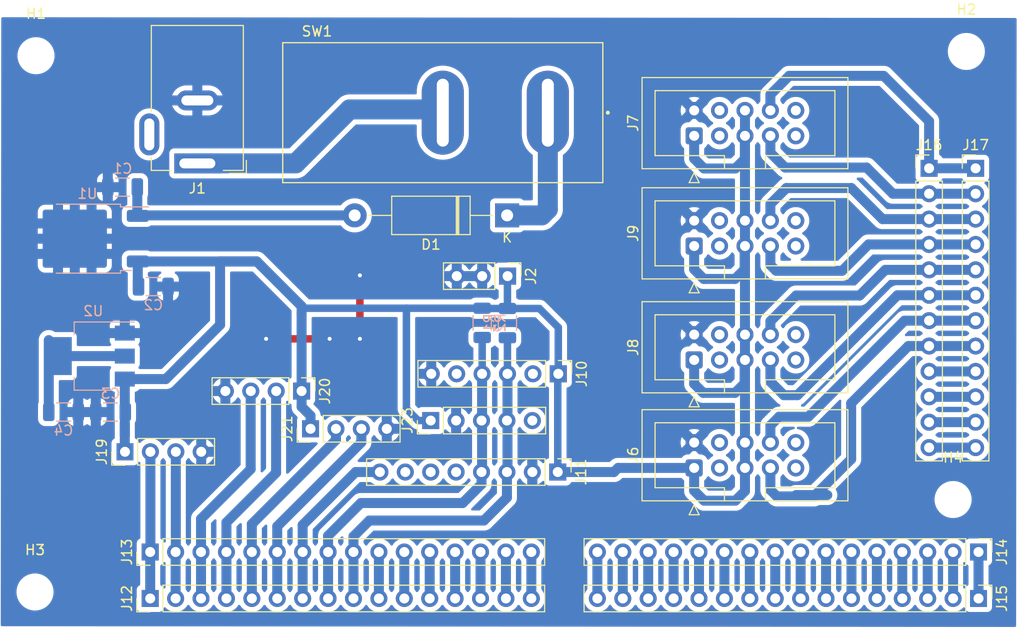
<source format=kicad_pcb>
(kicad_pcb (version 20221018) (generator pcbnew)
  (layers (0 "F.Cu" signal) (31 "B.Cu" signal) (34 "B.Paste" user) (35 "F.Paste" user) (36 "B.SilkS" user "B.Silkscreen") (37 "F.SilkS" user "F.Silkscreen") (38 "B.Mask" user) (39 "F.Mask" user) (44 "Edge.Cuts" user))
  (net 0 "")
  (net 1 "GND")
  (net 2 "+5V")
  (net 3 "+3V3")
  (net 4 "Net-(D1-A)")
  (net 5 "+12V")
  (net 6 "Net-(SW1-B)")
  (net 8 "/SDA_1")
  (net 9 "/SCL_1")
  (net 14 "/INT")
  (net 15 "/TRIG")
  (net 16 "/TRIG1")
  (net 17 "/TRIG2")
  (net 18 "/ECHO")
  (net 19 "/ECHO1")
  (net 20 "/ECHO2")
  (net 21 "Net-(J12-Pin_10)")
  (net 22 "Net-(J12-Pin_11)")
  (net 23 "Net-(J12-Pin_12)")
  (net 24 "Net-(J12-Pin_13)")
  (net 25 "Net-(J12-Pin_14)")
  (net 26 "Net-(J12-Pin_15)")
  (net 27 "Net-(J12-Pin_16)")
  (net 28 "Net-(J14-Pin_1)")
  (net 29 "Net-(J14-Pin_2)")
  (net 30 "Net-(J14-Pin_3)")
  (net 31 "Net-(J14-Pin_4)")
  (net 32 "Net-(J14-Pin_5)")
  (net 33 "Net-(J14-Pin_6)")
  (net 34 "Net-(J14-Pin_7)")
  (net 35 "Net-(J14-Pin_8)")
  (net 36 "Net-(J14-Pin_9)")
  (net 37 "Net-(J14-Pin_10)")
  (net 38 "Net-(J14-Pin_11)")
  (net 39 "Net-(J14-Pin_12)")
  (net 40 "Net-(J14-Pin_13)")
  (net 41 "Net-(J14-Pin_14)")
  (net 42 "Net-(J14-Pin_15)")
  (net 43 "Net-(J14-Pin_16)")
  (net 44 "/PWM_M1_L")
  (net 45 "/PWM_M1_R")
  (net 46 "/PWM_M2_L")
  (net 47 "/PWM_M2_R")
  (net 48 "/PWM_M3_L")
  (net 49 "/PWM_M3_R")
  (net 50 "/PWM_M4_L")
  (net 51 "/PWM_M4_R")
  (net 52 "Net-(J16-Pin_9)")
  (net 53 "Net-(J16-Pin_10)")
  (net 54 "Net-(J16-Pin_11)")
  (net 55 "Net-(J16-Pin_12)")
  (footprint "Connector_PinHeader_2.54mm:PinHeader_1x16_P2.54mm_Vertical" (layer "F.Cu") (at 171.265 90.55 -90)
    (fp_text reference "J15" (at 0 -2.33 90) (layer "F.SilkS"))
    (fp_text value "Analogicos")
    (pad "1" thru_hole rect (at 0 0 270) (size 1.7 1.7) (drill 1) (layers "*.Cu" "*.Mask") (net 28 "Net-(J14-Pin_1)"))
    (pad "2" thru_hole oval (at 0 2.54 270) (size 1.7 1.7) (drill 1) (layers "*.Cu" "*.Mask") (net 29 "Net-(J14-Pin_2)"))
    (pad "3" thru_hole oval (at 0 5.08 270) (size 1.7 1.7) (drill 1) (layers "*.Cu" "*.Mask") (net 30 "Net-(J14-Pin_3)"))
    (pad "4" thru_hole oval (at 0 7.62 270) (size 1.7 1.7) (drill 1) (layers "*.Cu" "*.Mask") (net 31 "Net-(J14-Pin_4)"))
    (pad "5" thru_hole oval (at 0 10.16 270) (size 1.7 1.7) (drill 1) (layers "*.Cu" "*.Mask") (net 32 "Net-(J14-Pin_5)"))
    (pad "6" thru_hole oval (at 0 12.7 270) (size 1.7 1.7) (drill 1) (layers "*.Cu" "*.Mask") (net 33 "Net-(J14-Pin_6)"))
    (pad "7" thru_hole oval (at 0 15.24 270) (size 1.7 1.7) (drill 1) (layers "*.Cu" "*.Mask") (net 34 "Net-(J14-Pin_7)"))
    (pad "8" thru_hole oval (at 0 17.78 270) (size 1.7 1.7) (drill 1) (layers "*.Cu" "*.Mask") (net 35 "Net-(J14-Pin_8)"))
    (pad "9" thru_hole oval (at 0 20.32 270) (size 1.7 1.7) (drill 1) (layers "*.Cu" "*.Mask") (net 36 "Net-(J14-Pin_9)"))
    (pad "10" thru_hole oval (at 0 22.86 270) (size 1.7 1.7) (drill 1) (layers "*.Cu" "*.Mask") (net 37 "Net-(J14-Pin_10)"))
    (pad "11" thru_hole oval (at 0 25.4 270) (size 1.7 1.7) (drill 1) (layers "*.Cu" "*.Mask") (net 38 "Net-(J14-Pin_11)"))
    (pad "12" thru_hole oval (at 0 27.94 270) (size 1.7 1.7) (drill 1) (layers "*.Cu" "*.Mask") (net 39 "Net-(J14-Pin_12)"))
    (pad "13" thru_hole oval (at 0 30.48 270) (size 1.7 1.7) (drill 1) (layers "*.Cu" "*.Mask") (net 40 "Net-(J14-Pin_13)"))
    (pad "14" thru_hole oval (at 0 33.02 270) (size 1.7 1.7) (drill 1) (layers "*.Cu" "*.Mask") (net 41 "Net-(J14-Pin_14)"))
    (pad "15" thru_hole oval (at 0 35.56 270) (size 1.7 1.7) (drill 1) (layers "*.Cu" "*.Mask") (net 42 "Net-(J14-Pin_15)"))
    (pad "16" thru_hole oval (at 0 38.1 270) (size 1.7 1.7) (drill 1) (layers "*.Cu" "*.Mask") (net 43 "Net-(J14-Pin_16)"))
  )
  (footprint "MountingHole:MountingHole_3.2mm_M3" (layer "F.Cu") (at 77.05 36.25)
    (fp_text reference "H1" (at 0 -4.2) (layer "F.SilkS"))
    (fp_text value "MountingHole" hide)
    (pad "" np_thru_hole circle (at 0 0) (size 3.2 3.2) (drill 3.2) (layers "*.Cu" "*.Mask"))
  )
  (footprint "Connector_PinHeader_2.54mm:PinHeader_1x04_P2.54mm_Vertical" (layer "F.Cu") (at 104.4925 73.575 90)
    (fp_text reference "J21" (at 0 -2.33 90) (layer "F.SilkS"))
    (fp_text value "Screw_Terminal_01x04")
    (pad "1" thru_hole rect (at 0 0 90) (size 1.7 1.7) (drill 1) (layers "*.Cu" "*.Mask") (net 2 "+5V"))
    (pad "2" thru_hole oval (at 0 2.54 90) (size 1.7 1.7) (drill 1) (layers "*.Cu" "*.Mask") (net 17 "/TRIG2"))
    (pad "3" thru_hole oval (at 0 5.08 90) (size 1.7 1.7) (drill 1) (layers "*.Cu" "*.Mask") (net 20 "/ECHO2"))
    (pad "4" thru_hole oval (at 0 7.62 90) (size 1.7 1.7) (drill 1) (layers "*.Cu" "*.Mask") (net 1 "GND"))
  )
  (footprint "Connector_PinHeader_2.54mm:PinHeader_1x12_P2.54mm_Vertical" (layer "F.Cu") (at 170.975 47.515)
    (fp_text reference "J17" (at 0 -2.33) (layer "F.SilkS"))
    (fp_text value "Screw_Terminal_01x12" hide)
    (pad "1" thru_hole rect (at 0 0) (size 1.7 1.7) (drill 1) (layers "*.Cu" "*.Mask") (net 44 "/PWM_M1_L"))
    (pad "2" thru_hole oval (at 0 2.54) (size 1.7 1.7) (drill 1) (layers "*.Cu" "*.Mask") (net 45 "/PWM_M1_R"))
    (pad "3" thru_hole oval (at 0 5.08) (size 1.7 1.7) (drill 1) (layers "*.Cu" "*.Mask") (net 46 "/PWM_M2_L"))
    (pad "4" thru_hole oval (at 0 7.62) (size 1.7 1.7) (drill 1) (layers "*.Cu" "*.Mask") (net 47 "/PWM_M2_R"))
    (pad "5" thru_hole oval (at 0 10.16) (size 1.7 1.7) (drill 1) (layers "*.Cu" "*.Mask") (net 48 "/PWM_M3_L"))
    (pad "6" thru_hole oval (at 0 12.7) (size 1.7 1.7) (drill 1) (layers "*.Cu" "*.Mask") (net 49 "/PWM_M3_R"))
    (pad "7" thru_hole oval (at 0 15.24) (size 1.7 1.7) (drill 1) (layers "*.Cu" "*.Mask") (net 50 "/PWM_M4_L"))
    (pad "8" thru_hole oval (at 0 17.78) (size 1.7 1.7) (drill 1) (layers "*.Cu" "*.Mask") (net 51 "/PWM_M4_R"))
    (pad "9" thru_hole oval (at 0 20.32) (size 1.7 1.7) (drill 1) (layers "*.Cu" "*.Mask") (net 52 "Net-(J16-Pin_9)"))
    (pad "10" thru_hole oval (at 0 22.86) (size 1.7 1.7) (drill 1) (layers "*.Cu" "*.Mask") (net 53 "Net-(J16-Pin_10)"))
    (pad "11" thru_hole oval (at 0 25.4) (size 1.7 1.7) (drill 1) (layers "*.Cu" "*.Mask") (net 54 "Net-(J16-Pin_11)"))
    (pad "12" thru_hole oval (at 0 27.94) (size 1.7 1.7) (drill 1) (layers "*.Cu" "*.Mask") (net 55 "Net-(J16-Pin_12)"))
  )
  (footprint "on off:SW_RB141C1100" (layer "F.Cu") (at 117.7125 41.95)
    (fp_text reference "SW1" (at -12.575 -8.135) (layer "F.SilkS"))
    (fp_text value "SW_SPDT")
    (pad "1" thru_hole oval (at 10.5 0) (size 4.2 8.4) (drill oval 1.2 6.8) (layers "*.Cu" "*.Mask") (net 4 "Net-(D1-A)"))
    (pad "2" thru_hole oval (at 0 0) (size 4.2 8.4) (drill oval 1.2 6.8) (layers "*.Cu" "*.Mask") (net 6 "Net-(SW1-B)"))
  )
  (footprint "Connector_PinHeader_2.54mm:PinHeader_1x16_P2.54mm_Vertical" (layer "F.Cu") (at 88.465 90.55 90)
    (fp_text reference "J12" (at 0 -2.33 90) (layer "F.SilkS"))
    (fp_text value "Digitales")
    (pad "1" thru_hole rect (at 0 0 90) (size 1.7 1.7) (drill 1) (layers "*.Cu" "*.Mask") (net 15 "/TRIG"))
    (pad "2" thru_hole oval (at 0 2.54 90) (size 1.7 1.7) (drill 1) (layers "*.Cu" "*.Mask") (net 18 "/ECHO"))
    (pad "3" thru_hole oval (at 0 5.08 90) (size 1.7 1.7) (drill 1) (layers "*.Cu" "*.Mask") (net 19 "/ECHO1"))
    (pad "4" thru_hole oval (at 0 7.62 90) (size 1.7 1.7) (drill 1) (layers "*.Cu" "*.Mask") (net 16 "/TRIG1"))
    (pad "5" thru_hole oval (at 0 10.16 90) (size 1.7 1.7) (drill 1) (layers "*.Cu" "*.Mask") (net 17 "/TRIG2"))
    (pad "6" thru_hole oval (at 0 12.7 90) (size 1.7 1.7) (drill 1) (layers "*.Cu" "*.Mask") (net 20 "/ECHO2"))
    (pad "7" thru_hole oval (at 0 15.24 90) (size 1.7 1.7) (drill 1) (layers "*.Cu" "*.Mask") (net 14 "/INT"))
    (pad "8" thru_hole oval (at 0 17.78 90) (size 1.7 1.7) (drill 1) (layers "*.Cu" "*.Mask") (net 9 "/SCL_1"))
    (pad "9" thru_hole oval (at 0 20.32 90) (size 1.7 1.7) (drill 1) (layers "*.Cu" "*.Mask") (net 8 "/SDA_1"))
    (pad "10" thru_hole oval (at 0 22.86 90) (size 1.7 1.7) (drill 1) (layers "*.Cu" "*.Mask") (net 21 "Net-(J12-Pin_10)"))
    (pad "11" thru_hole oval (at 0 25.4 90) (size 1.7 1.7) (drill 1) (layers "*.Cu" "*.Mask") (net 22 "Net-(J12-Pin_11)"))
    (pad "12" thru_hole oval (at 0 27.94 90) (size 1.7 1.7) (drill 1) (layers "*.Cu" "*.Mask") (net 23 "Net-(J12-Pin_12)"))
    (pad "13" thru_hole oval (at 0 30.48 90) (size 1.7 1.7) (drill 1) (layers "*.Cu" "*.Mask") (net 24 "Net-(J12-Pin_13)"))
    (pad "14" thru_hole oval (at 0 33.02 90) (size 1.7 1.7) (drill 1) (layers "*.Cu" "*.Mask") (net 25 "Net-(J12-Pin_14)"))
    (pad "15" thru_hole oval (at 0 35.56 90) (size 1.7 1.7) (drill 1) (layers "*.Cu" "*.Mask") (net 26 "Net-(J12-Pin_15)"))
    (pad "16" thru_hole oval (at 0 38.1 90) (size 1.7 1.7) (drill 1) (layers "*.Cu" "*.Mask") (net 27 "Net-(J12-Pin_16)"))
  )
  (footprint "Connector_PinHeader_2.54mm:PinHeader_1x04_P2.54mm_Vertical" (layer "F.Cu") (at 85.945 75.875 90)
    (fp_text reference "J19" (at 0 -2.33 90) (layer "F.SilkS"))
    (fp_text value "Screw_Terminal_01x04")
    (pad "1" thru_hole rect (at 0 0 90) (size 1.7 1.7) (drill 1) (layers "*.Cu" "*.Mask") (net 2 "+5V"))
    (pad "2" thru_hole oval (at 0 2.54 90) (size 1.7 1.7) (drill 1) (layers "*.Cu" "*.Mask") (net 15 "/TRIG"))
    (pad "3" thru_hole oval (at 0 5.08 90) (size 1.7 1.7) (drill 1) (layers "*.Cu" "*.Mask") (net 18 "/ECHO"))
    (pad "4" thru_hole oval (at 0 7.62 90) (size 1.7 1.7) (drill 1) (layers "*.Cu" "*.Mask") (net 1 "GND"))
  )
  (footprint "Connector_IDC:IDC-Header_2x05_P2.54mm_Vertical" (layer "F.Cu") (at 142.84 55.29 90)
    (fp_text reference "J9" (at 1.27 -6.1 90) (layer "F.SilkS"))
    (fp_text value "motor 3")
    (pad "1" thru_hole roundrect (at 0 0 90) (size 1.7 1.7) (drill 1) (layers "*.Cu" "*.Mask") (roundrect_rratio 0.147059) (net 2 "+5V"))
    (pad "2" thru_hole circle (at 2.54 0 90) (size 1.7 1.7) (drill 1) (layers "*.Cu" "*.Mask") (net 1 "GND"))
    (pad "3" thru_hole circle (at 0 2.54 90) (size 1.7 1.7) (drill 1) (layers "*.Cu" "*.Mask"))
    (pad "4" thru_hole circle (at 2.54 2.54 90) (size 1.7 1.7) (drill 1) (layers "*.Cu" "*.Mask"))
    (pad "5" thru_hole circle (at 0 5.08 90) (size 1.7 1.7) (drill 1) (layers "*.Cu" "*.Mask") (net 2 "+5V"))
    (pad "6" thru_hole circle (at 2.54 5.08 90) (size 1.7 1.7) (drill 1) (layers "*.Cu" "*.Mask") (net 2 "+5V"))
    (pad "7" thru_hole circle (at 0 7.62 90) (size 1.7 1.7) (drill 1) (layers "*.Cu" "*.Mask") (net 47 "/PWM_M2_R"))
    (pad "8" thru_hole circle (at 2.54 7.62 90) (size 1.7 1.7) (drill 1) (layers "*.Cu" "*.Mask") (net 46 "/PWM_M2_L"))
    (pad "9" thru_hole circle (at 0 10.16 90) (size 1.7 1.7) (drill 1) (layers "*.Cu" "*.Mask"))
    (pad "10" thru_hole circle (at 2.54 10.16 90) (size 1.7 1.7) (drill 1) (layers "*.Cu" "*.Mask"))
  )
  (footprint "Connector_BarrelJack:BarrelJack_GCT_DCJ200-10-A_Horizontal" (layer "F.Cu") (at 93.175 47.025 180)
    (fp_text reference "J1" (at 0 -2.5) (layer "F.SilkS"))
    (fp_text value "Jack-DC")
    (pad "1" thru_hole rect (at 0 0 180) (size 4.6 2) (drill oval 3.6 1) (layers "*.Cu" "*.Mask") (net 6 "Net-(SW1-B)"))
    (pad "2" thru_hole oval (at 0 6.3 180) (size 4.2 2) (drill oval 3.2 1) (layers "*.Cu" "*.Mask") (net 1 "GND"))
    (pad "3" thru_hole oval (at 4.8 2.9 180) (size 2 4.2) (drill oval 1 3.2) (layers "*.Cu" "*.Mask"))
  )
  (footprint "MountingHole:MountingHole_3.2mm_M3" (layer "F.Cu") (at 170.05 35.825)
    (fp_text reference "H2" (at 0 -4.2) (layer "F.SilkS"))
    (fp_text value "MountingHole" hide)
    (pad "" np_thru_hole circle (at 0 0) (size 3.2 3.2) (drill 3.2) (layers "*.Cu" "*.Mask"))
  )
  (footprint "Connector_PinHeader_2.54mm:PinHeader_1x04_P2.54mm_Vertical" (layer "F.Cu") (at 103.6 69.8 -90)
    (fp_text reference "J20" (at 0 -2.33 90) (layer "F.SilkS"))
    (fp_text value "Screw_Terminal_01x04")
    (pad "1" thru_hole rect (at 0 0 270) (size 1.7 1.7) (drill 1) (layers "*.Cu" "*.Mask") (net 2 "+5V"))
    (pad "2" thru_hole oval (at 0 2.54 270) (size 1.7 1.7) (drill 1) (layers "*.Cu" "*.Mask") (net 16 "/TRIG1"))
    (pad "3" thru_hole oval (at 0 5.08 270) (size 1.7 1.7) (drill 1) (layers "*.Cu" "*.Mask") (net 19 "/ECHO1"))
    (pad "4" thru_hole oval (at 0 7.62 270) (size 1.7 1.7) (drill 1) (layers "*.Cu" "*.Mask") (net 1 "GND"))
  )
  (footprint "Connector_PinHeader_2.54mm:PinHeader_1x08_P2.54mm_Vertical" (layer "F.Cu") (at 129.205 77.9 -90)
    (fp_text reference "J11" (at 0 -2.33 90) (layer "F.SilkS"))
    (fp_text value "Screw_Terminal_01x08")
    (pad "1" thru_hole rect (at 0 0 270) (size 1.7 1.7) (drill 1) (layers "*.Cu" "*.Mask") (net 2 "+5V"))
    (pad "2" thru_hole oval (at 0 2.54 270) (size 1.7 1.7) (drill 1) (layers "*.Cu" "*.Mask") (net 1 "GND"))
    (pad "3" thru_hole oval (at 0 5.08 270) (size 1.7 1.7) (drill 1) (layers "*.Cu" "*.Mask") (net 8 "/SDA_1"))
    (pad "4" thru_hole oval (at 0 7.62 270) (size 1.7 1.7) (drill 1) (layers "*.Cu" "*.Mask") (net 9 "/SCL_1"))
    (pad "5" thru_hole oval (at 0 10.16 270) (size 1.7 1.7) (drill 1) (layers "*.Cu" "*.Mask"))
    (pad "6" thru_hole oval (at 0 12.7 270) (size 1.7 1.7) (drill 1) (layers "*.Cu" "*.Mask"))
    (pad "7" thru_hole oval (at 0 15.24 270) (size 1.7 1.7) (drill 1) (layers "*.Cu" "*.Mask"))
    (pad "8" thru_hole oval (at 0 17.78 270) (size 1.7 1.7) (drill 1) (layers "*.Cu" "*.Mask") (net 14 "/INT"))
  )
  (footprint "MountingHole:MountingHole_3.2mm_M3" (layer "F.Cu") (at 168.725 80.65)
    (fp_text reference "H4" (at 0 -4.2) (layer "F.SilkS"))
    (fp_text value "MountingHole" hide)
    (pad "" np_thru_hole circle (at 0 0) (size 3.2 3.2) (drill 3.2) (layers "*.Cu" "*.Mask"))
  )
  (footprint "Connector_PinHeader_2.54mm:PinHeader_1x03_P2.54mm_Vertical" (layer "F.Cu") (at 124.19 58.3 -90)
    (fp_text reference "J2" (at 0 -2.33 90) (layer "F.SilkS"))
    (fp_text value "Screw_Terminal_01x03")
    (pad "1" thru_hole rect (at 0 0 270) (size 1.7 1.7) (drill 1) (layers "*.Cu" "*.Mask") (net 2 "+5V"))
    (pad "2" thru_hole oval (at 0 2.54 270) (size 1.7 1.7) (drill 1) (layers "*.Cu" "*.Mask") (net 1 "GND"))
    (pad "3" thru_hole oval (at 0 5.08 270) (size 1.7 1.7) (drill 1) (layers "*.Cu" "*.Mask") (net 1 "GND"))
  )
  (footprint "Connector_PinHeader_2.54mm:PinHeader_1x16_P2.54mm_Vertical" (layer "F.Cu") (at 88.465 85.9 90)
    (fp_text reference "J13" (at 0 -2.33 90) (layer "F.SilkS"))
    (fp_text value "Screw_Terminal_01x16" hide)
    (pad "1" thru_hole rect (at 0 0 90) (size 1.7 1.7) (drill 1) (layers "*.Cu" "*.Mask") (net 15 "/TRIG"))
    (pad "2" thru_hole oval (at 0 2.54 90) (size 1.7 1.7) (drill 1) (layers "*.Cu" "*.Mask") (net 18 "/ECHO"))
    (pad "3" thru_hole oval (at 0 5.08 90) (size 1.7 1.7) (drill 1) (layers "*.Cu" "*.Mask") (net 19 "/ECHO1"))
    (pad "4" thru_hole oval (at 0 7.62 90) (size 1.7 1.7) (drill 1) (layers "*.Cu" "*.Mask") (net 16 "/TRIG1"))
    (pad "5" thru_hole oval (at 0 10.16 90) (size 1.7 1.7) (drill 1) (layers "*.Cu" "*.Mask") (net 17 "/TRIG2"))
    (pad "6" thru_hole oval (at 0 12.7 90) (size 1.7 1.7) (drill 1) (layers "*.Cu" "*.Mask") (net 20 "/ECHO2"))
    (pad "7" thru_hole oval (at 0 15.24 90) (size 1.7 1.7) (drill 1) (layers "*.Cu" "*.Mask") (net 14 "/INT"))
    (pad "8" thru_hole oval (at 0 17.78 90) (size 1.7 1.7) (drill 1) (layers "*.Cu" "*.Mask") (net 9 "/SCL_1"))
    (pad "9" thru_hole oval (at 0 20.32 90) (size 1.7 1.7) (drill 1) (layers "*.Cu" "*.Mask") (net 8 "/SDA_1"))
    (pad "10" thru_hole oval (at 0 22.86 90) (size 1.7 1.7) (drill 1) (layers "*.Cu" "*.Mask") (net 21 "Net-(J12-Pin_10)"))
    (pad "11" thru_hole oval (at 0 25.4 90) (size 1.7 1.7) (drill 1) (layers "*.Cu" "*.Mask") (net 22 "Net-(J12-Pin_11)"))
    (pad "12" thru_hole oval (at 0 27.94 90) (size 1.7 1.7) (drill 1) (layers "*.Cu" "*.Mask") (net 23 "Net-(J12-Pin_12)"))
    (pad "13" thru_hole oval (at 0 30.48 90) (size 1.7 1.7) (drill 1) (layers "*.Cu" "*.Mask") (net 24 "Net-(J12-Pin_13)"))
    (pad "14" thru_hole oval (at 0 33.02 90) (size 1.7 1.7) (drill 1) (layers "*.Cu" "*.Mask") (net 25 "Net-(J12-Pin_14)"))
    (pad "15" thru_hole oval (at 0 35.56 90) (size 1.7 1.7) (drill 1) (layers "*.Cu" "*.Mask") (net 26 "Net-(J12-Pin_15)"))
    (pad "16" thru_hole oval (at 0 38.1 90) (size 1.7 1.7) (drill 1) (layers "*.Cu" "*.Mask") (net 27 "Net-(J12-Pin_16)"))
  )
  (footprint "Connector_PinHeader_2.54mm:PinHeader_1x16_P2.54mm_Vertical" (layer "F.Cu") (at 171.265 85.9 -90)
    (fp_text reference "J14" (at 0 -2.33 90) (layer "F.SilkS"))
    (fp_text value "Screw_Terminal_01x16")
    (pad "1" thru_hole rect (at 0 0 270) (size 1.7 1.7) (drill 1) (layers "*.Cu" "*.Mask") (net 28 "Net-(J14-Pin_1)"))
    (pad "2" thru_hole oval (at 0 2.54 270) (size 1.7 1.7) (drill 1) (layers "*.Cu" "*.Mask") (net 29 "Net-(J14-Pin_2)"))
    (pad "3" thru_hole oval (at 0 5.08 270) (size 1.7 1.7) (drill 1) (layers "*.Cu" "*.Mask") (net 30 "Net-(J14-Pin_3)"))
    (pad "4" thru_hole oval (at 0 7.62 270) (size 1.7 1.7) (drill 1) (layers "*.Cu" "*.Mask") (net 31 "Net-(J14-Pin_4)"))
    (pad "5" thru_hole oval (at 0 10.16 270) (size 1.7 1.7) (drill 1) (layers "*.Cu" "*.Mask") (net 32 "Net-(J14-Pin_5)"))
    (pad "6" thru_hole oval (at 0 12.7 270) (size 1.7 1.7) (drill 1) (layers "*.Cu" "*.Mask") (net 33 "Net-(J14-Pin_6)"))
    (pad "7" thru_hole oval (at 0 15.24 270) (size 1.7 1.7) (drill 1) (layers "*.Cu" "*.Mask") (net 34 "Net-(J14-Pin_7)"))
    (pad "8" thru_hole oval (at 0 17.78 270) (size 1.7 1.7) (drill 1) (layers "*.Cu" "*.Mask") (net 35 "Net-(J14-Pin_8)"))
    (pad "9" thru_hole oval (at 0 20.32 270) (size 1.7 1.7) (drill 1) (layers "*.Cu" "*.Mask") (net 36 "Net-(J14-Pin_9)"))
    (pad "10" thru_hole oval (at 0 22.86 270) (size 1.7 1.7) (drill 1) (layers "*.Cu" "*.Mask") (net 37 "Net-(J14-Pin_10)"))
    (pad "11" thru_hole oval (at 0 25.4 270) (size 1.7 1.7) (drill 1) (layers "*.Cu" "*.Mask") (net 38 "Net-(J14-Pin_11)"))
    (pad "12" thru_hole oval (at 0 27.94 270) (size 1.7 1.7) (drill 1) (layers "*.Cu" "*.Mask") (net 39 "Net-(J14-Pin_12)"))
    (pad "13" thru_hole oval (at 0 30.48 270) (size 1.7 1.7) (drill 1) (layers "*.Cu" "*.Mask") (net 40 "Net-(J14-Pin_13)"))
    (pad "14" thru_hole oval (at 0 33.02 270) (size 1.7 1.7) (drill 1) (layers "*.Cu" "*.Mask") (net 41 "Net-(J14-Pin_14)"))
    (pad "15" thru_hole oval (at 0 35.56 270) (size 1.7 1.7) (drill 1) (layers "*.Cu" "*.Mask") (net 42 "Net-(J14-Pin_15)"))
    (pad "16" thru_hole oval (at 0 38.1 270) (size 1.7 1.7) (drill 1) (layers "*.Cu" "*.Mask") (net 43 "Net-(J14-Pin_16)"))
  )
  (footprint "Connector_IDC:IDC-Header_2x05_P2.54mm_Vertical" (layer "F.Cu") (at 142.84 44.265 90)
    (fp_text reference "J7" (at 1.27 -6.1 90) (layer "F.SilkS"))
    (fp_text value "motor 2")
    (pad "1" thru_hole roundrect (at 0 0 90) (size 1.7 1.7) (drill 1) (layers "*.Cu" "*.Mask") (roundrect_rratio 0.147059) (net 2 "+5V"))
    (pad "2" thru_hole circle (at 2.54 0 90) (size 1.7 1.7) (drill 1) (layers "*.Cu" "*.Mask") (net 1 "GND"))
    (pad "3" thru_hole circle (at 0 2.54 90) (size 1.7 1.7) (drill 1) (layers "*.Cu" "*.Mask"))
    (pad "4" thru_hole circle (at 2.54 2.54 90) (size 1.7 1.7) (drill 1) (layers "*.Cu" "*.Mask"))
    (pad "5" thru_hole circle (at 0 5.08 90) (size 1.7 1.7) (drill 1) (layers "*.Cu" "*.Mask") (net 2 "+5V"))
    (pad "6" thru_hole circle (at 2.54 5.08 90) (size 1.7 1.7) (drill 1) (layers "*.Cu" "*.Mask") (net 2 "+5V"))
    (pad "7" thru_hole circle (at 0 7.62 90) (size 1.7 1.7) (drill 1) (layers "*.Cu" "*.Mask") (net 45 "/PWM_M1_R"))
    (pad "8" thru_hole circle (at 2.54 7.62 90) (size 1.7 1.7) (drill 1) (layers "*.Cu" "*.Mask") (net 44 "/PWM_M1_L"))
    (pad "9" thru_hole circle (at 0 10.16 90) (size 1.7 1.7) (drill 1) (layers "*.Cu" "*.Mask"))
    (pad "10" thru_hole circle (at 2.54 10.16 90) (size 1.7 1.7) (drill 1) (layers "*.Cu" "*.Mask"))
  )
  (footprint "Connector_PinHeader_2.54mm:PinHeader_1x12_P2.54mm_Vertical" (layer "F.Cu") (at 166.325 47.515)
    (fp_text reference "J16" (at 0 -2.33) (layer "F.SilkS"))
    (fp_text value "PWM")
    (pad "1" thru_hole rect (at 0 0) (size 1.7 1.7) (drill 1) (layers "*.Cu" "*.Mask") (net 44 "/PWM_M1_L"))
    (pad "2" thru_hole oval (at 0 2.54) (size 1.7 1.7) (drill 1) (layers "*.Cu" "*.Mask") (net 45 "/PWM_M1_R"))
    (pad "3" thru_hole oval (at 0 5.08) (size 1.7 1.7) (drill 1) (layers "*.Cu" "*.Mask") (net 46 "/PWM_M2_L"))
    (pad "4" thru_hole oval (at 0 7.62) (size 1.7 1.7) (drill 1) (layers "*.Cu" "*.Mask") (net 47 "/PWM_M2_R"))
    (pad "5" thru_hole oval (at 0 10.16) (size 1.7 1.7) (drill 1) (layers "*.Cu" "*.Mask") (net 48 "/PWM_M3_L"))
    (pad "6" thru_hole oval (at 0 12.7) (size 1.7 1.7) (drill 1) (layers "*.Cu" "*.Mask") (net 49 "/PWM_M3_R"))
    (pad "7" thru_hole oval (at 0 15.24) (size 1.7 1.7) (drill 1) (layers "*.Cu" "*.Mask") (net 50 "/PWM_M4_L"))
    (pad "8" thru_hole oval (at 0 17.78) (size 1.7 1.7) (drill 1) (layers "*.Cu" "*.Mask") (net 51 "/PWM_M4_R"))
    (pad "9" thru_hole oval (at 0 20.32) (size 1.7 1.7) (drill 1) (layers "*.Cu" "*.Mask") (net 52 "Net-(J16-Pin_9)"))
    (pad "10" thru_hole oval (at 0 22.86) (size 1.7 1.7) (drill 1) (layers "*.Cu" "*.Mask") (net 53 "Net-(J16-Pin_10)"))
    (pad "11" thru_hole oval (at 0 25.4) (size 1.7 1.7) (drill 1) (layers "*.Cu" "*.Mask") (net 54 "Net-(J16-Pin_11)"))
    (pad "12" thru_hole oval (at 0 27.94) (size 1.7 1.7) (drill 1) (layers "*.Cu" "*.Mask") (net 55 "Net-(J16-Pin_12)"))
  )
  (footprint "Connector_IDC:IDC-Header_2x05_P2.54mm_Vertical" (layer "F.Cu") (at 142.84 77.49 90)
    (fp_text reference "J6" (at 1.27 -6.1 90) (layer "F.SilkS"))
    (fp_text value "motor 1")
    (pad "1" thru_hole roundrect (at 0 0 90) (size 1.7 1.7) (drill 1) (layers "*.Cu" "*.Mask") (roundrect_rratio 0.147059) (net 2 "+5V"))
    (pad "2" thru_hole circle (at 2.54 0 90) (size 1.7 1.7) (drill 1) (layers "*.Cu" "*.Mask") (net 1 "GND"))
    (pad "3" thru_hole circle (at 0 2.54 90) (size 1.7 1.7) (drill 1) (layers "*.Cu" "*.Mask"))
    (pad "4" thru_hole circle (at 2.54 2.54 90) (size 1.7 1.7) (drill 1) (layers "*.Cu" "*.Mask"))
    (pad "5" thru_hole circle (at 0 5.08 90) (size 1.7 1.7) (drill 1) (layers "*.Cu" "*.Mask") (net 2 "+5V"))
    (pad "6" thru_hole circle (at 2.54 5.08 90) (size 1.7 1.7) (drill 1) (layers "*.Cu" "*.Mask") (net 2 "+5V"))
    (pad "7" thru_hole circle (at 0 7.62 90) (size 1.7 1.7) (drill 1) (layers "*.Cu" "*.Mask") (net 51 "/PWM_M4_R"))
    (pad "8" thru_hole circle (at 2.54 7.62 90) (size 1.7 1.7) (drill 1) (layers "*.Cu" "*.Mask") (net 50 "/PWM_M4_L"))
    (pad "9" thru_hole circle (at 0 10.16 90) (size 1.7 1.7) (drill 1) (layers "*.Cu" "*.Mask"))
    (pad "10" thru_hole circle (at 2.54 10.16 90) (size 1.7 1.7) (drill 1) (layers "*.Cu" "*.Mask"))
  )
  (footprint "Connector_PinHeader_2.54mm:PinHeader_1x05_P2.54mm_Vertical" (layer "F.Cu") (at 116.505 72.75 90)
    (fp_text reference "J23" (at 0 -2.33 90) (layer "F.SilkS"))
    (fp_text value "Screw_Terminal_01x05")
    (pad "1" thru_hole rect (at 0 0 90) (size 1.7 1.7) (drill 1) (layers "*.Cu" "*.Mask") (net 2 "+5V"))
    (pad "2" thru_hole oval (at 0 2.54 90) (size 1.7 1.7) (drill 1) (layers "*.Cu" "*.Mask") (net 1 "GND"))
    (pad "3" thru_hole oval (at 0 5.08 90) (size 1.7 1.7) (drill 1) (layers "*.Cu" "*.Mask") (net 9 "/SCL_1"))
    (pad "4" thru_hole oval (at 0 7.62 90) (size 1.7 1.7) (drill 1) (layers "*.Cu" "*.Mask") (net 8 "/SDA_1"))
    (pad "5" thru_hole oval (at 0 10.16 90) (size 1.7 1.7) (drill 1) (layers "*.Cu" "*.Mask"))
  )
  (footprint "Connector_IDC:IDC-Header_2x05_P2.54mm_Vertical" (layer "F.Cu") (at 142.84 66.69 90)
    (fp_text reference "J8" (at 1.27 -6.1 90) (layer "F.SilkS"))
    (fp_text value "motor 4")
    (pad "1" thru_hole roundrect (at 0 0 90) (size 1.7 1.7) (drill 1) (layers "*.Cu" "*.Mask") (roundrect_rratio 0.147059) (net 2 "+5V"))
    (pad "2" thru_hole circle (at 2.54 0 90) (size 1.7 1.7) (drill 1) (layers "*.Cu" "*.Mask") (net 1 "GND"))
    (pad "3" thru_hole circle (at 0 2.54 90) (size 1.7 1.7) (drill 1) (layers "*.Cu" "*.Mask"))
    (pad "4" thru_hole circle (at 2.54 2.54 90) (size 1.7 1.7) (drill 1) (layers "*.Cu" "*.Mask"))
    (pad "5" thru_hole circle (at 0 5.08 90) (size 1.7 1.7) (drill 1) (layers "*.Cu" "*.Mask") (net 2 "+5V"))
    (pad "6" thru_hole circle (at 2.54 5.08 90) (size 1.7 1.7) (drill 1) (layers "*.Cu" "*.Mask") (net 2 "+5V"))
    (pad "7" thru_hole circle (at 0 7.62 90) (size 1.7 1.7) (drill 1) (layers "*.Cu" "*.Mask") (net 49 "/PWM_M3_R"))
    (pad "8" thru_hole circle (at 2.54 7.62 90) (size 1.7 1.7) (drill 1) (layers "*.Cu" "*.Mask") (net 48 "/PWM_M3_L"))
    (pad "9" thru_hole circle (at 0 10.16 90) (size 1.7 1.7) (drill 1) (layers "*.Cu" "*.Mask"))
    (pad "10" thru_hole circle (at 2.54 10.16 90) (size 1.7 1.7) (drill 1) (layers "*.Cu" "*.Mask"))
  )
  (footprint "Connector_PinHeader_2.54mm:PinHeader_1x06_P2.54mm_Vertical" (layer "F.Cu") (at 129.26 68.075 -90)
    (fp_text reference "J10" (at 0 -2.33 90) (layer "F.SilkS"))
    (fp_text value "Screw_Terminal_01x06")
    (pad "1" thru_hole rect (at 0 0 270) (size 1.7 1.7) (drill 1) (layers "*.Cu" "*.Mask") (net 2 "+5V"))
    (pad "2" thru_hole oval (at 0 2.54 270) (size 1.7 1.7) (drill 1) (layers "*.Cu" "*.Mask"))
    (pad "3" thru_hole oval (at 0 5.08 270) (size 1.7 1.7) (drill 1) (layers "*.Cu" "*.Mask") (net 8 "/SDA_1"))
    (pad "4" thru_hole oval (at 0 7.62 270) (size 1.7 1.7) (drill 1) (layers "*.Cu" "*.Mask") (net 9 "/SCL_1"))
    (pad "5" thru_hole oval (at 0 10.16 270) (size 1.7 1.7) (drill 1) (layers "*.Cu" "*.Mask"))
    (pad "6" thru_hole oval (at 0 12.7 270) (size 1.7 1.7) (drill 1) (layers "*.Cu" "*.Mask") (net 1 "GND"))
  )
  (footprint "Diode_THT:D_DO-15_P15.24mm_Horizontal" (layer "F.Cu") (at 124.145 52.225 180)
    (fp_text reference "D1" (at 7.62 -2.92) (layer "F.SilkS"))
    (fp_text value "DIODE")
    (fp_text user "K" (at 0 -2.2) (layer "F.SilkS"))
    (pad "1" thru_hole rect (at 0 0 180) (size 2.4 2.4) (drill 1.2) (layers "*.Cu" "*.Mask") (net 4 "Net-(D1-A)"))
    (pad "2" thru_hole oval (at 15.24 0 180) (size 2.4 2.4) (drill 1.2) (layers "*.Cu" "*.Mask") (net 5 "+12V"))
  )
  (footprint "MountingHole:MountingHole_3.2mm_M3" (layer "F.Cu") (at 76.95 89.9)
    (fp_text reference "H3" (at 0 -4.2) (layer "F.SilkS"))
    (fp_text value "MountingHole" hide)
    (pad "" np_thru_hole circle (at 0 0) (size 3.2 3.2) (drill 3.2) (layers "*.Cu" "*.Mask"))
  )
  (footprint "Resistor_SMD:R_1206_3216Metric" (layer "B.Cu") (at 124.175 63 -90)
    (fp_text reference "R1" (at 0 1.82 90) (layer "B.SilkS") (effects (justify mirror)))
    (fp_text value "10K")
    (pad "1" smd roundrect (at -1.4625 0 270) (size 1.125 1.75) (layers "B.Cu" "B.Paste" "B.Mask") (roundrect_rratio 0.222222) (net 2 "+5V"))
    (pad "2" smd roundrect (at 1.4625 0 270) (size 1.125 1.75) (layers "B.Cu" "B.Paste" "B.Mask") (roundrect_rratio 0.222222) (net 8 "/SDA_1"))
  )
  (footprint "Capacitor_SMD:C_1206_3216Metric" (layer "B.Cu") (at 79.8 71.9)
    (fp_text reference "C4" (at 0 1.85) (layer "B.SilkS") (effects (justify mirror)))
    (fp_text value "10u")
    (pad "1" smd roundrect (at -1.475 0) (size 1.15 1.8) (layers "B.Cu" "B.Paste" "B.Mask") (roundrect_rratio 0.217391) (net 3 "+3V3"))
    (pad "2" smd roundrect (at 1.475 0) (size 1.15 1.8) (layers "B.Cu" "B.Paste" "B.Mask") (roundrect_rratio 0.217391) (net 1 "GND"))
  )
  (footprint "Package_TO_SOT_SMD:TO-252-2" (layer "B.Cu") (at 82.185 54.555 180)
    (fp_text reference "U1" (at 0 4.5) (layer "B.SilkS") (effects (justify mirror)))
    (fp_text value "L7805")
    (pad "1" smd roundrect (at -5.04 2.28 180) (size 2.2 1.2) (layers "B.Cu" "B.Paste" "B.Mask") (roundrect_rratio 0.208333) (net 5 "+12V"))
    (pad "2" smd roundrect (at -0.415 -1.525 180) (size 3.05 2.75) (layers "B.Cu" "B.Paste") (roundrect_rratio 0.090909) (net 1 "GND"))
    (pad "2" smd roundrect (at -0.415 1.525 180) (size 3.05 2.75) (layers "B.Cu" "B.Paste") (roundrect_rratio 0.090909) (net 1 "GND"))
    (pad "2" smd roundrect (at 1.26 0 180) (size 6.4 5.8) (layers "B.Cu" "B.Mask") (roundrect_rratio 0.043103) (net 1 "GND"))
    (pad "2" smd roundrect (at 2.935 -1.525 180) (size 3.05 2.75) (layers "B.Cu" "B.Paste") (roundrect_rratio 0.090909) (net 1 "GND"))
    (pad "2" smd roundrect (at 2.935 1.525 180) (size 3.05 2.75) (layers "B.Cu" "B.Paste") (roundrect_rratio 0.090909) (net 1 "GND"))
    (pad "3" smd roundrect (at -5.04 -2.28 180) (size 2.2 1.2) (layers "B.Cu" "B.Paste" "B.Mask") (roundrect_rratio 0.208333) (net 2 "+5V"))
  )
  (footprint "Resistor_SMD:R_1206_3216Metric" (layer "B.Cu") (at 121.65 62.975 90)
    (fp_text reference "R2" (at 0 1.82 90) (layer "B.SilkS") (effects (justify mirror)))
    (fp_text value "10K")
    (pad "1" smd roundrect (at -1.4625 0 90) (size 1.125 1.75) (layers "B.Cu" "B.Paste" "B.Mask") (roundrect_rratio 0.222222) (net 9 "/SCL_1"))
    (pad "2" smd roundrect (at 1.4625 0 90) (size 1.125 1.75) (layers "B.Cu" "B.Paste" "B.Mask") (roundrect_rratio 0.222222) (net 2 "+5V"))
  )
  (footprint "Capacitor_SMD:C_1206_3216Metric" (layer "B.Cu") (at 84.5 71.9 180)
    (fp_text reference "C3" (at 0 1.85) (layer "B.SilkS") (effects (justify mirror)))
    (fp_text value "10u")
    (pad "1" smd roundrect (at -1.475 0 180) (size 1.15 1.8) (layers "B.Cu" "B.Paste" "B.Mask") (roundrect_rratio 0.217391) (net 2 "+5V"))
    (pad "2" smd roundrect (at 1.475 0 180) (size 1.15 1.8) (layers "B.Cu" "B.Paste" "B.Mask") (roundrect_rratio 0.217391) (net 1 "GND"))
  )
  (footprint "Capacitor_SMD:C_1206_3216Metric" (layer "B.Cu") (at 85.7 49.4 180)
    (fp_text reference "C1" (at 0 1.85) (layer "B.SilkS") (effects (justify mirror)))
    (fp_text value "0,33uF")
    (pad "1" smd roundrect (at -1.475 0 180) (size 1.15 1.8) (layers "B.Cu" "B.Paste" "B.Mask") (roundrect_rratio 0.217391) (net 5 "+12V"))
    (pad "2" smd roundrect (at 1.475 0 180) (size 1.15 1.8) (layers "B.Cu" "B.Paste" "B.Mask") (roundrect_rratio 0.217391) (net 1 "GND"))
  )
  (footprint "Package_TO_SOT_SMD:SOT-223-3_TabPin2" (layer "B.Cu") (at 82.775 66.3 180)
    (fp_text reference "U2" (at 0 4.5) (layer "B.SilkS") (effects (justify mirror)))
    (fp_text value "AMS1117")
    (pad "1" smd rect (at -3.15 2.3 180) (size 2 1.5) (layers "B.Cu" "B.Paste" "B.Mask") (net 1 "GND"))
    (pad "2" smd rect (at -3.15 0 180) (size 2 1.5) (layers "B.Cu" "B.Paste" "B.Mask") (net 3 "+3V3"))
    (pad "2" smd rect (at 3.15 0 180) (size 2 3.8) (layers "B.Cu" "B.Paste" "B.Mask") (net 3 "+3V3"))
    (pad "3" smd rect (at -3.15 -2.3 180) (size 2 1.5) (layers "B.Cu" "B.Paste" "B.Mask") (net 2 "+5V"))
  )
  (footprint "Capacitor_SMD:C_1206_3216Metric" (layer "B.Cu") (at 88.775 59.35)
    (fp_text reference "C2" (at 0 1.85) (layer "B.SilkS") (effects (justify mirror)))
    (fp_text value "0,1uF")
    (pad "1" smd roundrect (at -1.475 0) (size 1.15 1.8) (layers "B.Cu" "B.Paste" "B.Mask") (roundrect_rratio 0.217391) (net 2 "+5V"))
    (pad "2" smd roundrect (at 1.475 0) (size 1.15 1.8) (layers "B.Cu" "B.Paste" "B.Mask") (roundrect_rratio 0.217391) (net 1 "GND"))
  )
  (segment (start 106.4 64.575) (end 100.05 64.575) (width 0.75) (layer "F.Cu") (net 1))
  (segment (start 109.425 58.225) (end 109.425 64.575) (width 0.75) (layer "F.Cu") (net 1))
  (via (at 109.425 64.575) (size 0.8) (drill 0.4) (layers "F.Cu" "B.Cu") (net 1))
  (via (at 109.425 58.225) (size 0.8) (drill 0.4) (layers "F.Cu" "B.Cu") (net 1))
  (via (at 100.05 64.575) (size 0.8) (drill 0.4) (layers "F.Cu" "B.Cu") (net 1))
  (via (at 106.4 64.575) (size 0.8) (drill 0.4) (layers "F.Cu" "B.Cu") (net 1))
  (segment (start 126.665 77.9) (end 126.665 80.515) (width 1) (layer "B.Cu") (net 1))
  (segment (start 126.665 80.515) (end 126.7 80.55) (width 1) (layer "B.Cu") (net 1))
  (segment (start 126.665 75.59) (end 126.625 75.55) (width 1) (layer "B.Cu") (net 1))
  (segment (start 126.665 75.59) (end 126.665 77.9) (width 1) (layer "B.Cu") (net 1))
  (segment (start 142.84 57.6225) (end 142.84 55.29) (width 1) (layer "B.Cu") (net 2))
  (segment (start 103.6 62.05) (end 103.6 69.8) (width 1) (layer "B.Cu") (net 2))
  (segment (start 124.175 58.315) (end 124.19 58.3) (width 0.75) (layer "B.Cu") (net 2))
  (segment (start 85.925 68.6) (end 90.025 68.6) (width 1) (layer "B.Cu") (net 2))
  (segment (start 147.885 57.6225) (end 146.925 58.5825) (width 1) (layer "B.Cu") (net 2))
  (segment (start 143.8 58.5825) (end 142.84 57.6225) (width 1) (layer "B.Cu") (net 2))
  (segment (start 134.825 77.9) (end 129.205 77.9) (width 1) (layer "B.Cu") (net 2))
  (segment (start 103.8 61.5125) (end 121.65 61.5125) (width 0.75) (layer "B.Cu") (net 2))
  (segment (start 99.5125 57.225) (end 99.1225 56.835) (width 1) (layer "B.Cu") (net 2))
  (segment (start 147.92 41.725) (end 147.92 77.49) (width 1) (layer "B.Cu") (net 2))
  (segment (start 146.925 58.5825) (end 143.8 58.5825) (width 1) (layer "B.Cu") (net 2))
  (segment (start 142.8225 66.69) (end 142.805 66.7075) (width 1) (layer "B.Cu") (net 2))
  (segment (start 95.45 63.175) (end 95.45 56.835) (width 1) (layer "B.Cu") (net 2))
  (segment (start 85.925 73.05) (end 85.925 75.855) (width 1) (layer "B.Cu") (net 2))
  (segment (start 114.075 71.575) (end 114.075 61.5125) (width 0.75) (layer "B.Cu") (net 2))
  (segment (start 99.5125 57.225) (end 103.6 61.3125) (width 1) (layer "B.Cu") (net 2))
  (segment (start 124.175 61.5375) (end 127.3625 61.5375) (width 0.75) (layer "B.Cu") (net 2))
  (segment (start 87.225 56.835) (end 87.225 59.725) (width 1) (layer "B.Cu") (net 2))
  (segment (start 143.825 47.5325) (end 142.84 46.5475) (width 1) (layer "B.Cu") (net 2))
  (segment (start 147.91 44.2575) (end 147.91 46.5725) (width 1) (layer "B.Cu") (net 2))
  (segment (start 127.3625 61.5375) (end 129.26 63.435) (width 0.75) (layer "B.Cu") (net 2))
  (segment (start 129.26 63.435) (end 129.26 68.075) (width 0.75) (layer "B.Cu") (net 2))
  (segment (start 147.885 55.3075) (end 147.885 57.6225) (width 1) (layer "B.Cu") (net 2))
  (segment (start 147.92 79.805) (end 146.96 80.765) (width 1) (layer "B.Cu") (net 2))
  (segment (start 115.25 72.75) (end 114.075 71.575) (width 0.75) (layer "B.Cu") (net 2))
  (segment (start 116.505 72.75) (end 115.25 72.75) (width 0.75) (layer "B.Cu") (net 2))
  (segment (start 147.92 77.49) (end 147.92 79.805) (width 1) (layer "B.Cu") (net 2))
  (segment (start 143.7525 69.9825) (end 142.84 69.07) (width 1) (layer "B.Cu") (net 2))
  (segment (start 104.4925 72.2675) (end 104.4925 73.575) (width 1) (layer "B.Cu") (net 2))
  (segment (start 146.95 47.5325) (end 143.825 47.5325) (width 1) (layer "B.Cu") (net 2))
  (segment (start 85.925 75.855) (end 85.945 75.875) (width 1) (layer "B.Cu") (net 2))
  (segment (start 142.84 77.49) (end 135.235 77.49) (width 1) (layer "B.Cu") (net 2))
  (segment (start 147.885 66.7075) (end 147.885 69.0225) (width 1) (layer "B.Cu") (net 2))
  (segment (start 129.205 77.9) (end 129.205 68.13) (width 0.75) (layer "B.Cu") (net 2))
  (segment (start 103.6 69.8) (end 103.6 71.375) (width 1) (layer "B.Cu") (net 2))
  (segment (start 95.45 56.835) (end 99.1225 56.835) (width 1) (layer "B.Cu") (net 2))
  (segment (start 91.4 67.225) (end 95.45 63.175) (width 1) (layer "B.Cu") (net 2))
  (segment (start 147.885 69.0225) (end 146.925 69.9825) (width 1) (layer "B.Cu") (net 2))
  (segment (start 124.175 61.5375) (end 124.175 58.315) (width 0.75) (layer "B.Cu") (net 2))
  (segment (start 147.91 46.5725) (end 146.95 47.5325) (width 1) (layer "B.Cu") (net 2))
  (segment (start 90.025 68.6) (end 91.4 67.225) (width 1) (layer "B.Cu") (net 2))
  (segment (start 146.96 80.765) (end 143.835 80.765) (width 1) (layer "B.Cu") (net 2))
  (segment (start 142.84 69.07) (end 142.84 66.69) (width 1) (layer "B.Cu") (net 2))
  (segment (start 91.4 67.225) (end 93.55 65.075) (width 1) (layer "B.Cu") (net 2))
  (segment (start 103.6 71.375) (end 104.4925 72.2675) (width 1) (layer "B.Cu") (net 2))
  (segment (start 142.84 46.5475) (end 142.84 44.265) (width 1) (layer "B.Cu") (net 2))
  (segment (start 129.205 68.13) (end 129.26 68.075) (width 0.75) (layer "B.Cu") (net 2))
  (segment (start 103.6 61.3125) (end 103.8 61.5125) (width 0.75) (layer "B.Cu") (net 2))
  (segment (start 146.925 69.9825) (end 143.7525 69.9825) (width 1) (layer "B.Cu") (net 2))
  (segment (start 143.835 80.765) (end 142.84 79.77) (width 1) (layer "B.Cu") (net 2))
  (segment (start 121.675 61.5375) (end 121.65 61.5125) (width 0.75) (layer "B.Cu") (net 2))
  (segment (start 99.1225 56.835) (end 87.225 56.835) (width 1) (layer "B.Cu") (net 2))
  (segment (start 142.84 79.77) (end 142.84 77.49) (width 1) (layer "B.Cu") (net 2))
  (segment (start 135.235 77.49) (end 134.825 77.9) (width 1) (layer "B.Cu") (net 2))
  (segment (start 142.84 66.69) (end 142.8225 66.69) (width 1) (layer "B.Cu") (net 2))
  (segment (start 103.6 62.05) (end 103.6 61.3125) (width 1) (layer "B.Cu") (net 2))
  (segment (start 85.925 74.235) (end 85.925 68.6) (width 1) (layer "B.Cu") (net 2))
  (segment (start 124.175 61.5375) (end 121.675 61.5375) (width 0.75) (layer "B.Cu") (net 2))
  (segment (start 78.325 64.7) (end 78.325 71.9) (width 1) (layer "B.Cu") (net 3))
  (segment (start 85.925 66.3) (end 79.625 66.3) (width 1) (layer "B.Cu") (net 3))
  (segment (start 128.2125 51.6125) (end 127.6 52.225) (width 2) (layer "B.Cu") (net 4))
  (segment (start 128.2125 41.95) (end 128.2125 51.6125) (width 2) (layer "B.Cu") (net 4))
  (segment (start 127.6 52.225) (end 124.145 52.225) (width 2) (layer "B.Cu") (net 4))
  (segment (start 87.175 52.225) (end 87.225 52.275) (width 1) (layer "B.Cu") (net 5))
  (segment (start 108.855 52.275) (end 108.805 52.225) (width 1) (layer "B.Cu") (net 5))
  (segment (start 108.805 52.225) (end 87.275 52.225) (width 1) (layer "B.Cu") (net 5))
  (segment (start 87.275 52.225) (end 87.225 52.275) (width 1) (layer "B.Cu") (net 5))
  (segment (start 87.175 49.4) (end 87.175 52.225) (width 1) (layer "B.Cu") (net 5))
  (segment (start 117.3875 41.625) (end 117.7125 41.95) (width 2) (layer "B.Cu") (net 6))
  (segment (start 108.4 41.625) (end 117.3875 41.625) (width 2) (layer "B.Cu") (net 6))
  (segment (start 103 47.025) (end 108.4 41.625) (width 2) (layer "B.Cu") (net 6))
  (segment (start 93.175 47.025) (end 103 47.025) (width 2) (layer "B.Cu") (net 6))
  (segment (start 124.175 68.07) (end 124.18 68.075) (width 0.75) (layer "B.Cu") (net 8))
  (segment (start 124.125 80.45) (end 121.825 82.75) (width 1) (layer "B.Cu") (net 8))
  (segment (start 124.125 77.9) (end 124.125 80.45) (width 1) (layer "B.Cu") (net 8))
  (segment (start 108.785 85.9) (end 108.785 90.55) (width 1) (layer "B.Cu") (net 8))
  (segment (start 124.18 77.845) (end 124.125 77.9) (width 1) (layer "B.Cu") (net 8))
  (segment (start 124.175 64.4625) (end 124.175 68.07) (width 0.75) (layer "B.Cu") (net 8))
  (segment (start 108.785 84.34) (end 108.785 85.9) (width 1) (layer "B.Cu") (net 8))
  (segment (start 110.375 82.75) (end 108.785 84.34) (width 1) (layer "B.Cu") (net 8))
  (segment (start 124.18 68.075) (end 124.18 77.845) (width 1) (layer "B.Cu") (net 8))
  (segment (start 121.825 82.75) (end 110.375 82.75) (width 1) (layer "B.Cu") (net 8))
  (segment (start 121.585 79.115) (end 121.585 77.9) (width 1) (layer "B.Cu") (net 9))
  (segment (start 106.245 85.9) (end 106.245 90.55) (width 1) (layer "B.Cu") (net 9))
  (segment (start 121.64 68.075) (end 121.64 77.845) (width 1) (layer "B.Cu") (net 9))
  (segment (start 121.65 64.4375) (end 121.65 68.065) (width 0.75) (layer "B.Cu") (net 9))
  (segment (start 106.245 84.28) (end 109.525 81) (width 1) (layer "B.Cu") (net 9))
  (segment (start 121.65 68.065) (end 121.64 68.075) (width 0.75) (layer "B.Cu") (net 9))
  (segment (start 121.64 77.845) (end 121.585 77.9) (width 1) (layer "B.Cu") (net 9))
  (segment (start 106.245 85.9) (end 106.245 84.28) (width 1) (layer "B.Cu") (net 9))
  (segment (start 109.525 81) (end 119.7 81) (width 1) (layer "B.Cu") (net 9))
  (segment (start 119.7 81) (end 121.585 79.115) (width 1) (layer "B.Cu") (net 9))
  (segment (start 109 77.9) (end 103.705 83.195) (width 1) (layer "B.Cu") (net 14))
  (segment (start 103.705 83.195) (end 103.705 85.9) (width 1) (layer "B.Cu") (net 14))
  (segment (start 111.425 77.9) (end 109 77.9) (width 1) (layer "B.Cu") (net 14))
  (segment (start 103.705 85.9) (end 103.705 90.55) (width 1) (layer "B.Cu") (net 14))
  (segment (start 88.465 85.9) (end 88.465 90.55) (width 1) (layer "B.Cu") (net 15))
  (segment (start 88.485 85.88) (end 88.465 85.9) (width 1) (layer "B.Cu") (net 15))
  (segment (start 88.485 75.875) (end 88.485 85.88) (width 1) (layer "B.Cu") (net 15))
  (segment (start 101.0475 77.9775) (end 101.0475 69.725) (width 1) (layer "B.Cu") (net 16))
  (segment (start 96.085 82.94) (end 101.0475 77.9775) (width 1) (layer "B.Cu") (net 16))
  (segment (start 96.085 85.9) (end 96.085 90.55) (width 1) (layer "B.Cu") (net 16))
  (segment (start 96.085 85.9) (end 96.085 82.94) (width 1) (layer "B.Cu") (net 16))
  (segment (start 98.625 85.9) (end 98.625 90.55) (width 1) (layer "B.Cu") (net 17))
  (segment (start 107.0325 73.575) (end 107.0325 74.6925) (width 1) (layer "B.Cu") (net 17))
  (segment (start 98.625 83.1) (end 98.625 85.9) (width 1) (layer "B.Cu") (net 17))
  (segment (start 107.0325 74.6925) (end 98.625 83.1) (width 1) (layer "B.Cu") (net 17))
  (segment (start 91.025 85.88) (end 91.005 85.9) (width 1) (layer "B.Cu") (net 18))
  (segment (start 91.025 75.875) (end 91.025 85.88) (width 1) (layer "B.Cu") (net 18))
  (segment (start 91.005 85.9) (end 91.005 90.55) (width 1) (layer "B.Cu") (net 18))
  (segment (start 93.545 82.58) (end 93.545 85.9) (width 1) (layer "B.Cu") (net 19))
  (segment (start 93.545 85.9) (end 93.545 90.55) (width 1) (layer "B.Cu") (net 19))
  (segment (start 98.5075 69.725) (end 98.5075 77.6175) (width 1) (layer "B.Cu") (net 19))
  (segment (start 98.5075 77.6175) (end 93.545 82.58) (width 1) (layer "B.Cu") (net 19))
  (segment (start 109.5725 74.9275) (end 101.165 83.335) (width 1) (layer "B.Cu") (net 20))
  (segment (start 101.165 85.9) (end 101.165 90.55) (width 1) (layer "B.Cu") (net 20))
  (segment (start 101.165 83.335) (end 101.165 85.9) (width 1) (layer "B.Cu") (net 20))
  (segment (start 109.5725 73.575) (end 109.5725 74.9275) (width 1) (layer "B.Cu") (net 20))
  (segment (start 111.325 85.9) (end 111.325 90.55) (width 1) (layer "B.Cu") (net 21))
  (segment (start 113.865 85.9) (end 113.865 90.55) (width 1) (layer "B.Cu") (net 22))
  (segment (start 116.405 85.9) (end 116.405 90.55) (width 1) (layer "B.Cu") (net 23))
  (segment (start 118.945 85.9) (end 118.945 90.55) (width 1) (layer "B.Cu") (net 24))
  (segment (start 121.485 85.9) (end 121.485 90.55) (width 1) (layer "B.Cu") (net 25))
  (segment (start 124.025 85.9) (end 124.025 90.55) (width 1) (layer "B.Cu") (net 26))
  (segment (start 126.565 85.9) (end 126.565 90.55) (width 1) (layer "B.Cu") (net 27))
  (segment (start 171.265 85.9) (end 171.265 90.55) (width 1) (layer "B.Cu") (net 28))
  (segment (start 168.725 85.9) (end 168.725 90.55) (width 1) (layer "B.Cu") (net 29))
  (segment (start 166.185 85.9) (end 166.185 90.55) (width 1) (layer "B.Cu") (net 30))
  (segment (start 163.645 85.9) (end 163.645 90.55) (width 1) (layer "B.Cu") (net 31))
  (segment (start 161.105 85.9) (end 161.105 90.55) (width 1) (layer "B.Cu") (net 32))
  (segment (start 158.565 85.9) (end 158.565 90.55) (width 1) (layer "B.Cu") (net 33))
  (segment (start 156.025 85.9) (end 156.025 90.55) (width 1) (layer "B.Cu") (net 34))
  (segment (start 153.485 85.9) (end 153.485 90.55) (width 1) (layer "B.Cu") (net 35))
  (segment (start 150.945 85.9) (end 150.945 90.55) (width 1) (layer "B.Cu") (net 36))
  (segment (start 148.405 85.9) (end 148.405 90.55) (width 1) (layer "B.Cu") (net 37))
  (segment (start 145.865 85.9) (end 145.865 90.55) (width 1) (layer "B.Cu") (net 38))
  (segment (start 143.325 85.9) (end 143.325 90.55) (width 1) (layer "B.Cu") (net 39))
  (segment (start 140.785 85.9) (end 140.785 90.55) (width 1) (layer "B.Cu") (net 40))
  (segment (start 138.245 85.9) (end 138.245 90.55) (width 1) (layer "B.Cu") (net 41))
  (segment (start 135.705 85.9) (end 135.705 90.55) (width 1) (layer "B.Cu") (net 42))
  (segment (start 133.165 90.55) (end 133.165 85.9) (width 1) (layer "B.Cu") (net 43))
  (segment (start 161.785 38.265) (end 166.325 42.805) (width 1) (layer "B.Cu") (net 44))
  (segment (start 152.335 38.265) (end 161.785 38.265) (width 1) (layer "B.Cu") (net 44))
  (segment (start 166.325 42.805) (end 166.325 47.515) (width 1) (layer "B.Cu") (net 44))
  (segment (start 166.325 47.515) (end 170.975 47.515) (width 1) (layer "B.Cu") (net 44))
  (segment (start 150.46 40.14) (end 152.335 38.265) (width 1) (layer "B.Cu") (net 44))
  (segment (start 150.46 41.725) (end 150.46 40.14) (width 1) (layer "B.Cu") (net 44))
  (segment (start 150.46 45.965) (end 151.935 47.44) (width 1) (layer "B.Cu") (net 45))
  (segment (start 151.935 47.44) (end 160.085 47.44) (width 1) (layer "B.Cu") (net 45))
  (segment (start 150.46 44.265) (end 150.46 45.965) (width 1) (layer "B.Cu") (net 45))
  (segment (start 162.7 50.055) (end 166.325 50.055) (width 1) (layer "B.Cu") (net 45))
  (segment (start 170.975 50.055) (end 166.325 50.055) (width 1) (layer "B.Cu") (net 45))
  (segment (start 160.085 47.44) (end 162.7 50.055) (width 1) (layer "B.Cu") (net 45))
  (segment (start 161.665 52.595) (end 158.56 49.49) (width 1) (layer "B.Cu") (net 46))
  (segment (start 166.325 52.595) (end 161.665 52.595) (width 1) (layer "B.Cu") (net 46))
  (segment (start 150.46 51.09) (end 150.46 52.75) (width 1) (layer "B.Cu") (net 46))
  (segment (start 152.06 49.49) (end 150.46 51.09) (width 1) (layer "B.Cu") (net 46))
  (segment (start 166.325 52.595) (end 170.975 52.595) (width 1) (layer "B.Cu") (net 46))
  (segment (start 158.56 49.49) (end 152.06 49.49) (width 1) (layer "B.Cu") (net 46))
  (segment (start 150.46 55.29) (end 150.46 57.19) (width 1) (layer "B.Cu") (net 47))
  (segment (start 151.035 57.765) (end 157.635 57.765) (width 1) (layer "B.Cu") (net 47))
  (segment (start 150.46 57.19) (end 151.035 57.765) (width 1) (layer "B.Cu") (net 47))
  (segment (start 157.635 57.765) (end 160.265 55.135) (width 1) (layer "B.Cu") (net 47))
  (segment (start 170.975 55.135) (end 166.325 55.135) (width 1) (layer "B.Cu") (net 47))
  (segment (start 160.265 55.135) (end 166.325 55.135) (width 1) (layer "B.Cu") (net 47))
  (segment (start 153.035 60.24) (end 159.385 60.24) (width 1) (layer "B.Cu") (net 48))
  (segment (start 159.385 60.24) (end 161.95 57.675) (width 1) (layer "B.Cu") (net 48))
  (segment (start 150.46 64.15) (end 150.46 62.815) (width 1) (layer "B.Cu") (net 48))
  (segment (start 150.46 62.815) (end 153.035 60.24) (width 1) (layer "B.Cu") (net 48))
  (segment (start 161.95 57.675) (end 166.325 57.675) (width 1) (layer "B.Cu") (net 48))
  (segment (start 166.325 57.675) (end 170.975 57.675) (width 1) (layer "B.Cu") (net 48))
  (segment (start 153.16 70.215) (end 151.81 70.215) (width 1) (layer "B.Cu") (net 49))
  (segment (start 150.46 68.865) (end 150.46 66.69) (width 1) (layer "B.Cu") (net 49))
  (segment (start 163.16 60.215) (end 153.16 70.215) (width 1) (layer "B.Cu") (net 49))
  (segment (start 166.325 60.215) (end 163.16 60.215) (width 1) (layer "B.Cu") (net 49))
  (segment (start 151.81 70.215) (end 150.46 68.865) (width 1) (layer "B.Cu") (net 49))
  (segment (start 170.975 60.215) (end 166.325 60.215) (width 1) (layer "B.Cu") (net 49))
  (segment (start 166.325 62.755) (end 163.87 62.755) (width 1) (layer "B.Cu") (net 50))
  (segment (start 151.335 72.365) (end 150.46 73.24) (width 1) (layer "B.Cu") (net 50))
  (segment (start 166.325 62.755) (end 170.975 62.755) (width 1) (layer "B.Cu") (net 50))
  (segment (start 150.46 73.24) (end 150.46 74.95) (width 1) (layer "B.Cu") (net 50))
  (segment (start 163.87 62.755) (end 154.26 72.365) (width 1) (layer "B.Cu") (net 50))
  (segment (start 154.26 72.365) (end 151.335 72.365) (width 1) (layer "B.Cu") (net 50))
  (segment (start 164.255 65.295) (end 166.325 65.295) (width 1) (layer "B.Cu") (net 51))
  (segment (start 170.975 65.295) (end 166.325 65.295) (width 1) (layer "B.Cu") (net 51))
  (segment (start 154.81 80.34) (end 158.535 76.615) (width 1) (layer "B.Cu") (net 51))
  (segment (start 158.535 76.615) (end 158.535 71.015) (width 1) (layer "B.Cu") (net 51))
  (segment (start 150.46 77.49) (end 150.46 79.69) (width 1) (layer "B.Cu") (net 51))
  (segment (start 156.15 80.2) (end 153.025 80.2) (width 1) (layer "B.Cu") (net 51))
  (segment (start 158.535 71.015) (end 164.255 65.295) (width 1) (layer "B.Cu") (net 51))
  (segment (start 150.46 79.69) (end 151.11 80.34) (width 1) (layer "B.Cu") (net 51))
  (segment (start 151.11 80.34) (end 154.81 80.34) (width 1) (layer "B.Cu") (net 51))
  (segment (start 166.325 67.835) (end 170.975 67.835) (width 1) (layer "B.Cu") (net 52))
  (segment (start 170.975 70.375) (end 166.325 70.375) (width 1) (layer "B.Cu") (net 53))
  (segment (start 166.325 72.915) (end 170.975 72.915) (width 1) (layer "B.Cu") (net 54))
  (segment (start 166.325 75.455) (end 170.975 75.455) (width 1) (layer "B.Cu") (net 55))
  (zone (net 1) (net_name "GND") (layer "B.Cu") (connect_pads (clearance 0.5)) (min_thickness 0.25) (fill yes (thermal_gap 0.5) (thermal_bridge_width 1) (island_removal_mode 1) (island_area_min 10))
    (polygon (pts (xy 175.025 93.4) (xy 175.075 32.475) (xy 73.575 32.4) (xy 73.525 93.325)))
  )
)
</source>
